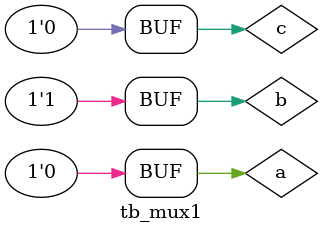
<source format=sv>
`timescale 1ns / 1ps


module tb_mux1;

    logic a;
    logic b;
    logic c;
    logic out;

    mux1 dut(
    
    .a (a),
    .b (b),
    .c (c),
    .out (out));
    
    initial begin 
        a= 0;
        c = 0;
        #10
        b = 1;
        c = 1;
        #10
        a=1;
        b=0;
        c=0;
        #10
        a=0;
        b=1;
        c=1;
        #10
        a=0;
        b=1;
        c=0;
        
    end   
    
    
endmodule

</source>
